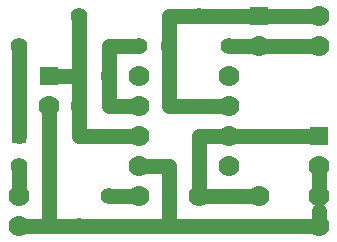
<source format=gbl>
G75*
%MOIN*%
%OFA0B0*%
%FSLAX25Y25*%
%IPPOS*%
%LPD*%
%AMOC8*
5,1,8,0,0,1.08239X$1,22.5*
%
%ADD10C,0.05543*%
%ADD11R,0.04756X0.04756*%
%ADD12C,0.07000*%
%ADD13R,0.06300X0.06300*%
%ADD14C,0.05000*%
%ADD15R,0.03962X0.03962*%
D10*
X0058676Y0040337D03*
X0068676Y0050337D03*
X0038676Y0060337D03*
X0058676Y0080337D03*
X0068676Y0090337D03*
X0078676Y0100337D03*
X0088676Y0100337D03*
X0098676Y0110337D03*
X0108676Y0100337D03*
X0058676Y0110337D03*
X0038676Y0100337D03*
D11*
X0038676Y0070337D03*
D12*
X0038676Y0040337D03*
X0038676Y0050337D03*
X0048676Y0080337D03*
X0078676Y0080337D03*
X0078676Y0070337D03*
X0078676Y0060337D03*
X0078676Y0050337D03*
X0098676Y0050337D03*
X0108676Y0060337D03*
X0108676Y0070337D03*
X0108676Y0080337D03*
X0108676Y0090337D03*
X0118676Y0100337D03*
X0138676Y0100337D03*
X0138676Y0110337D03*
X0138676Y0060337D03*
X0138676Y0050337D03*
X0138676Y0040337D03*
X0118676Y0050337D03*
X0078676Y0090337D03*
D13*
X0048676Y0090337D03*
X0118676Y0110337D03*
X0138676Y0070337D03*
D14*
X0098676Y0070337D01*
X0098676Y0050337D01*
X0118676Y0050337D01*
X0128676Y0040337D02*
X0138676Y0040337D01*
X0138676Y0045337D01*
X0138676Y0050337D02*
X0138676Y0060337D01*
X0128676Y0040337D02*
X0088676Y0040337D01*
X0088676Y0060337D01*
X0078676Y0060337D01*
X0078676Y0050337D02*
X0068676Y0050337D01*
X0058676Y0040337D02*
X0088676Y0040337D01*
X0058676Y0040337D02*
X0048676Y0040337D01*
X0048676Y0080337D01*
X0058676Y0080337D02*
X0058676Y0070337D01*
X0078676Y0070337D01*
X0078676Y0080337D02*
X0068676Y0080337D01*
X0068676Y0090337D01*
X0068676Y0100337D01*
X0078676Y0100337D01*
X0088676Y0100337D02*
X0088676Y0090337D01*
X0088676Y0080337D01*
X0108676Y0080337D01*
X0108676Y0100337D02*
X0118676Y0100337D01*
X0128676Y0100337D01*
X0138676Y0100337D01*
X0138676Y0110337D02*
X0118676Y0110337D01*
X0098676Y0110337D01*
X0088676Y0110337D01*
X0088676Y0100337D01*
X0058676Y0090337D02*
X0058676Y0080337D01*
X0058676Y0110337D01*
X0038676Y0100337D02*
X0038676Y0070337D01*
X0038676Y0060337D02*
X0038676Y0050337D01*
X0038676Y0040337D02*
X0058676Y0040337D01*
X0058676Y0090337D02*
X0048676Y0090337D01*
D15*
X0128676Y0100337D03*
X0128676Y0040337D03*
M02*

</source>
